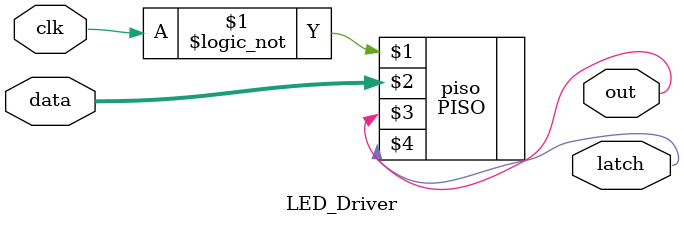
<source format=v>
`timescale 1ns / 1ps
module LED_Driver(
	input [15:0] data,
	input clk,
	output out,
	output latch
	);
	PISO piso(!clk,data,out,latch);
    


endmodule

</source>
